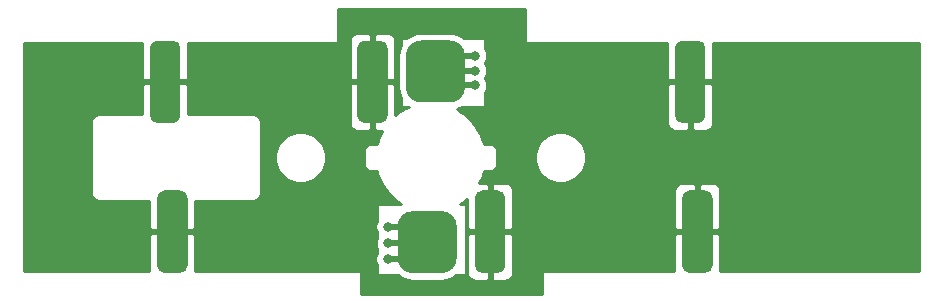
<source format=gtl>
%TF.GenerationSoftware,KiCad,Pcbnew,(5.1.9-0-10_14)*%
%TF.CreationDate,2022-02-18T16:18:21-06:00*%
%TF.ProjectId,OwlSat_Official_USB_actual,4f776c53-6174-45f4-9f66-66696369616c,4*%
%TF.SameCoordinates,Original*%
%TF.FileFunction,Copper,L1,Top*%
%TF.FilePolarity,Positive*%
%FSLAX46Y46*%
G04 Gerber Fmt 4.6, Leading zero omitted, Abs format (unit mm)*
G04 Created by KiCad (PCBNEW (5.1.9-0-10_14)) date 2022-02-18 16:18:21*
%MOMM*%
%LPD*%
G01*
G04 APERTURE LIST*
%TA.AperFunction,ViaPad*%
%ADD10C,0.800000*%
%TD*%
%TA.AperFunction,Conductor*%
%ADD11C,0.500000*%
%TD*%
%TA.AperFunction,Conductor*%
%ADD12C,0.254000*%
%TD*%
%TA.AperFunction,Conductor*%
%ADD13C,0.100000*%
%TD*%
G04 APERTURE END LIST*
%TO.P,U1,4*%
%TO.N,Net-(U1-Pad1)*%
%TA.AperFunction,SMDPad,CuDef*%
G36*
G01*
X127450000Y-85660000D02*
X127450000Y-91360000D01*
G75*
G02*
X126800000Y-92010000I-650000J0D01*
G01*
X125500000Y-92010000D01*
G75*
G02*
X124850000Y-91360000I0J650000D01*
G01*
X124850000Y-85660000D01*
G75*
G02*
X125500000Y-85010000I650000J0D01*
G01*
X126800000Y-85010000D01*
G75*
G02*
X127450000Y-85660000I0J-650000D01*
G01*
G37*
%TD.AperFunction*%
%TO.P,U1,3*%
%TA.AperFunction,SMDPad,CuDef*%
G36*
G01*
X145000000Y-85660000D02*
X145000000Y-91360000D01*
G75*
G02*
X144350000Y-92010000I-650000J0D01*
G01*
X143050000Y-92010000D01*
G75*
G02*
X142400000Y-91360000I0J650000D01*
G01*
X142400000Y-85660000D01*
G75*
G02*
X143050000Y-85010000I650000J0D01*
G01*
X144350000Y-85010000D01*
G75*
G02*
X145000000Y-85660000I0J-650000D01*
G01*
G37*
%TD.AperFunction*%
%TO.P,U1,2*%
%TO.N,Net-(U1-Pad2)*%
%TA.AperFunction,SMDPad,CuDef*%
G36*
G01*
X151530000Y-86255000D02*
X151530000Y-89005000D01*
G75*
G02*
X150280000Y-90255000I-1250000J0D01*
G01*
X147780000Y-90255000D01*
G75*
G02*
X146530000Y-89005000I0J1250000D01*
G01*
X146530000Y-86255000D01*
G75*
G02*
X147780000Y-85005000I1250000J0D01*
G01*
X150280000Y-85005000D01*
G75*
G02*
X151530000Y-86255000I0J-1250000D01*
G01*
G37*
%TD.AperFunction*%
%TO.P,U1,1*%
%TO.N,Net-(U1-Pad1)*%
%TA.AperFunction,SMDPad,CuDef*%
G36*
G01*
X171900000Y-85660000D02*
X171900000Y-91360000D01*
G75*
G02*
X171250000Y-92010000I-650000J0D01*
G01*
X169950000Y-92010000D01*
G75*
G02*
X169300000Y-91360000I0J650000D01*
G01*
X169300000Y-85660000D01*
G75*
G02*
X169950000Y-85010000I650000J0D01*
G01*
X171250000Y-85010000D01*
G75*
G02*
X171900000Y-85660000I0J-650000D01*
G01*
G37*
%TD.AperFunction*%
%TD*%
%TO.P,U2,1*%
%TO.N,Net-(U1-Pad1)*%
%TA.AperFunction,SMDPad,CuDef*%
G36*
G01*
X125460000Y-104050000D02*
X125460000Y-98350000D01*
G75*
G02*
X126110000Y-97700000I650000J0D01*
G01*
X127410000Y-97700000D01*
G75*
G02*
X128060000Y-98350000I0J-650000D01*
G01*
X128060000Y-104050000D01*
G75*
G02*
X127410000Y-104700000I-650000J0D01*
G01*
X126110000Y-104700000D01*
G75*
G02*
X125460000Y-104050000I0J650000D01*
G01*
G37*
%TD.AperFunction*%
%TO.P,U2,2*%
%TO.N,Net-(U1-Pad2)*%
%TA.AperFunction,SMDPad,CuDef*%
G36*
G01*
X145830000Y-103455000D02*
X145830000Y-100705000D01*
G75*
G02*
X147080000Y-99455000I1250000J0D01*
G01*
X149580000Y-99455000D01*
G75*
G02*
X150830000Y-100705000I0J-1250000D01*
G01*
X150830000Y-103455000D01*
G75*
G02*
X149580000Y-104705000I-1250000J0D01*
G01*
X147080000Y-104705000D01*
G75*
G02*
X145830000Y-103455000I0J1250000D01*
G01*
G37*
%TD.AperFunction*%
%TO.P,U2,3*%
%TO.N,Net-(U1-Pad1)*%
%TA.AperFunction,SMDPad,CuDef*%
G36*
G01*
X152360000Y-104050000D02*
X152360000Y-98350000D01*
G75*
G02*
X153010000Y-97700000I650000J0D01*
G01*
X154310000Y-97700000D01*
G75*
G02*
X154960000Y-98350000I0J-650000D01*
G01*
X154960000Y-104050000D01*
G75*
G02*
X154310000Y-104700000I-650000J0D01*
G01*
X153010000Y-104700000D01*
G75*
G02*
X152360000Y-104050000I0J650000D01*
G01*
G37*
%TD.AperFunction*%
%TO.P,U2,4*%
%TA.AperFunction,SMDPad,CuDef*%
G36*
G01*
X169910000Y-104050000D02*
X169910000Y-98350000D01*
G75*
G02*
X170560000Y-97700000I650000J0D01*
G01*
X171860000Y-97700000D01*
G75*
G02*
X172510000Y-98350000I0J-650000D01*
G01*
X172510000Y-104050000D01*
G75*
G02*
X171860000Y-104700000I-650000J0D01*
G01*
X170560000Y-104700000D01*
G75*
G02*
X169910000Y-104050000I0J650000D01*
G01*
G37*
%TD.AperFunction*%
%TD*%
D10*
%TO.N,Net-(U1-Pad1)*%
X184010000Y-92980000D03*
X184020000Y-94230000D03*
%TO.N,Net-(U1-Pad2)*%
X152390000Y-88800000D03*
X152400000Y-87560000D03*
X152400000Y-86290000D03*
X144990000Y-100780000D03*
X145010000Y-102160000D03*
X144980000Y-103510000D03*
%TD*%
D11*
%TO.N,Net-(U1-Pad2)*%
X147030000Y-100780000D02*
X148330000Y-102080000D01*
X144990000Y-100780000D02*
X147030000Y-100780000D01*
X148250000Y-102160000D02*
X148330000Y-102080000D01*
X145010000Y-102160000D02*
X148250000Y-102160000D01*
X146900000Y-103510000D02*
X148330000Y-102080000D01*
X144980000Y-103510000D02*
X146900000Y-103510000D01*
X150370000Y-86290000D02*
X149030000Y-87630000D01*
X152400000Y-86290000D02*
X150370000Y-86290000D01*
X149100000Y-87560000D02*
X149030000Y-87630000D01*
X152400000Y-87560000D02*
X149100000Y-87560000D01*
X150200000Y-88800000D02*
X149030000Y-87630000D01*
X152390000Y-88800000D02*
X150200000Y-88800000D01*
%TD*%
D12*
%TO.N,Net-(U1-Pad1)*%
X146083000Y-85443879D02*
X146035649Y-85532466D01*
X145928207Y-85886655D01*
X145891928Y-86255000D01*
X145891928Y-89005000D01*
X145928207Y-89373345D01*
X146035649Y-89727534D01*
X146083000Y-89816121D01*
X146083000Y-90490000D01*
X146085440Y-90514776D01*
X146092667Y-90538601D01*
X146104403Y-90560557D01*
X146120197Y-90579803D01*
X146139443Y-90595597D01*
X146161399Y-90607333D01*
X146185224Y-90614560D01*
X146210000Y-90617000D01*
X146780697Y-90617000D01*
X146558076Y-90703054D01*
X146504675Y-90729951D01*
X146450857Y-90756123D01*
X146443036Y-90760998D01*
X145778079Y-91181918D01*
X145730892Y-91218697D01*
X145683209Y-91254804D01*
X145676484Y-91261105D01*
X145637392Y-91298246D01*
X145635000Y-88795750D01*
X145476250Y-88637000D01*
X143827000Y-88637000D01*
X143827000Y-92486250D01*
X143985750Y-92645000D01*
X144507402Y-92646580D01*
X144507349Y-92646670D01*
X144503533Y-92655058D01*
X144182610Y-93373634D01*
X144163665Y-93430368D01*
X144143925Y-93486842D01*
X144141810Y-93495812D01*
X144083752Y-93750000D01*
X143642428Y-93750001D01*
X143610000Y-93746807D01*
X143480617Y-93759550D01*
X143356207Y-93797290D01*
X143241550Y-93858575D01*
X143141052Y-93941052D01*
X143058575Y-94041551D01*
X142997290Y-94156208D01*
X142959550Y-94280618D01*
X142950000Y-94377582D01*
X142950000Y-94377588D01*
X142946808Y-94410000D01*
X142950000Y-94442410D01*
X142950001Y-95377571D01*
X142946807Y-95410000D01*
X142959550Y-95539383D01*
X142997290Y-95663793D01*
X143058575Y-95778450D01*
X143141052Y-95878948D01*
X143241550Y-95961425D01*
X143356207Y-96022710D01*
X143480617Y-96060450D01*
X143577581Y-96070000D01*
X143610000Y-96073193D01*
X143642419Y-96070000D01*
X144071717Y-96070000D01*
X144089968Y-96158910D01*
X144105750Y-96209891D01*
X144119810Y-96261377D01*
X144123154Y-96269964D01*
X144413729Y-97001075D01*
X144441126Y-97054213D01*
X144467809Y-97107789D01*
X144472757Y-97115563D01*
X144899804Y-97776310D01*
X144937019Y-97823138D01*
X144973583Y-97870489D01*
X144979947Y-97877154D01*
X145527201Y-98442370D01*
X145572822Y-98481093D01*
X145617866Y-98520423D01*
X145625403Y-98525725D01*
X146126464Y-98873000D01*
X144190000Y-98873000D01*
X144165224Y-98875440D01*
X144141399Y-98882667D01*
X144119443Y-98894403D01*
X144100197Y-98910197D01*
X144084403Y-98929443D01*
X144072667Y-98951399D01*
X144065440Y-98975224D01*
X144063000Y-99000000D01*
X144063000Y-100313391D01*
X143994774Y-100478102D01*
X143955000Y-100678061D01*
X143955000Y-100881939D01*
X143994774Y-101081898D01*
X144063000Y-101246609D01*
X144063000Y-101741675D01*
X144014774Y-101858102D01*
X143975000Y-102058061D01*
X143975000Y-102261939D01*
X144014774Y-102461898D01*
X144063000Y-102578325D01*
X144063000Y-103019437D01*
X144062795Y-103019744D01*
X143984774Y-103208102D01*
X143945000Y-103408061D01*
X143945000Y-103611939D01*
X143984774Y-103811898D01*
X144062795Y-104000256D01*
X144063000Y-104000563D01*
X144063000Y-104513000D01*
X128697893Y-104513000D01*
X128695000Y-101485750D01*
X128536250Y-101327000D01*
X126887000Y-101327000D01*
X126887000Y-101347000D01*
X126633000Y-101347000D01*
X126633000Y-101327000D01*
X124983750Y-101327000D01*
X124825000Y-101485750D01*
X124822107Y-104513000D01*
X114197000Y-104513000D01*
X114197000Y-91910000D01*
X119846807Y-91910000D01*
X119850000Y-91942419D01*
X119850001Y-97877571D01*
X119846807Y-97910000D01*
X119859550Y-98039383D01*
X119897290Y-98163793D01*
X119958575Y-98278450D01*
X120041052Y-98378948D01*
X120141550Y-98461425D01*
X120256207Y-98522710D01*
X120380617Y-98560450D01*
X120477581Y-98570000D01*
X120510000Y-98573193D01*
X120542419Y-98570000D01*
X124822759Y-98570000D01*
X124825000Y-100914250D01*
X124983750Y-101073000D01*
X126633000Y-101073000D01*
X126633000Y-98570000D01*
X126887000Y-98570000D01*
X126887000Y-101073000D01*
X128536250Y-101073000D01*
X128695000Y-100914250D01*
X128697241Y-98570000D01*
X133577581Y-98570000D01*
X133610000Y-98573193D01*
X133642419Y-98570000D01*
X133739383Y-98560450D01*
X133863793Y-98522710D01*
X133978450Y-98461425D01*
X134078948Y-98378948D01*
X134161425Y-98278450D01*
X134222710Y-98163793D01*
X134260450Y-98039383D01*
X134273193Y-97910000D01*
X134270000Y-97877581D01*
X134270000Y-94696323D01*
X135440497Y-94696323D01*
X135440497Y-95123677D01*
X135523870Y-95542821D01*
X135687412Y-95937645D01*
X135924837Y-96292977D01*
X136227023Y-96595163D01*
X136582355Y-96832588D01*
X136977179Y-96996130D01*
X137396323Y-97079503D01*
X137823677Y-97079503D01*
X138242821Y-96996130D01*
X138637645Y-96832588D01*
X138992977Y-96595163D01*
X139295163Y-96292977D01*
X139532588Y-95937645D01*
X139696130Y-95542821D01*
X139779503Y-95123677D01*
X139779503Y-94696323D01*
X139696130Y-94277179D01*
X139532588Y-93882355D01*
X139295163Y-93527023D01*
X138992977Y-93224837D01*
X138637645Y-92987412D01*
X138242821Y-92823870D01*
X137823677Y-92740497D01*
X137396323Y-92740497D01*
X136977179Y-92823870D01*
X136582355Y-92987412D01*
X136227023Y-93224837D01*
X135924837Y-93527023D01*
X135687412Y-93882355D01*
X135523870Y-94277179D01*
X135440497Y-94696323D01*
X134270000Y-94696323D01*
X134270000Y-92010000D01*
X141761928Y-92010000D01*
X141774188Y-92134482D01*
X141810498Y-92254180D01*
X141869463Y-92364494D01*
X141948815Y-92461185D01*
X142045506Y-92540537D01*
X142155820Y-92599502D01*
X142275518Y-92635812D01*
X142400000Y-92648072D01*
X143414250Y-92645000D01*
X143573000Y-92486250D01*
X143573000Y-88637000D01*
X141923750Y-88637000D01*
X141765000Y-88795750D01*
X141761928Y-92010000D01*
X134270000Y-92010000D01*
X134270000Y-91942419D01*
X134273193Y-91910000D01*
X134260450Y-91780617D01*
X134222710Y-91656207D01*
X134161425Y-91541550D01*
X134078948Y-91441052D01*
X133978450Y-91358575D01*
X133863793Y-91297290D01*
X133739383Y-91259550D01*
X133696749Y-91255351D01*
X133610000Y-91246807D01*
X133577581Y-91250000D01*
X128087346Y-91250000D01*
X128085000Y-88795750D01*
X127926250Y-88637000D01*
X126277000Y-88637000D01*
X126277000Y-91250000D01*
X126023000Y-91250000D01*
X126023000Y-88637000D01*
X124373750Y-88637000D01*
X124215000Y-88795750D01*
X124212654Y-91250000D01*
X120542419Y-91250000D01*
X120510000Y-91246807D01*
X120423251Y-91255351D01*
X120380617Y-91259550D01*
X120256207Y-91297290D01*
X120141550Y-91358575D01*
X120041052Y-91441052D01*
X119958575Y-91541550D01*
X119897290Y-91656207D01*
X119859550Y-91780617D01*
X119846807Y-91910000D01*
X114197000Y-91910000D01*
X114197000Y-85196983D01*
X124212105Y-85195674D01*
X124215000Y-88224250D01*
X124373750Y-88383000D01*
X126023000Y-88383000D01*
X126023000Y-88363000D01*
X126277000Y-88363000D01*
X126277000Y-88383000D01*
X127926250Y-88383000D01*
X128085000Y-88224250D01*
X128087895Y-85195168D01*
X141762103Y-85193380D01*
X141765000Y-88224250D01*
X141923750Y-88383000D01*
X143573000Y-88383000D01*
X143573000Y-88363000D01*
X143827000Y-88363000D01*
X143827000Y-88383000D01*
X145476250Y-88383000D01*
X145635000Y-88224250D01*
X145637897Y-85192874D01*
X146083000Y-85192816D01*
X146083000Y-85443879D01*
%TA.AperFunction,Conductor*%
D13*
G36*
X146083000Y-85443879D02*
G01*
X146035649Y-85532466D01*
X145928207Y-85886655D01*
X145891928Y-86255000D01*
X145891928Y-89005000D01*
X145928207Y-89373345D01*
X146035649Y-89727534D01*
X146083000Y-89816121D01*
X146083000Y-90490000D01*
X146085440Y-90514776D01*
X146092667Y-90538601D01*
X146104403Y-90560557D01*
X146120197Y-90579803D01*
X146139443Y-90595597D01*
X146161399Y-90607333D01*
X146185224Y-90614560D01*
X146210000Y-90617000D01*
X146780697Y-90617000D01*
X146558076Y-90703054D01*
X146504675Y-90729951D01*
X146450857Y-90756123D01*
X146443036Y-90760998D01*
X145778079Y-91181918D01*
X145730892Y-91218697D01*
X145683209Y-91254804D01*
X145676484Y-91261105D01*
X145637392Y-91298246D01*
X145635000Y-88795750D01*
X145476250Y-88637000D01*
X143827000Y-88637000D01*
X143827000Y-92486250D01*
X143985750Y-92645000D01*
X144507402Y-92646580D01*
X144507349Y-92646670D01*
X144503533Y-92655058D01*
X144182610Y-93373634D01*
X144163665Y-93430368D01*
X144143925Y-93486842D01*
X144141810Y-93495812D01*
X144083752Y-93750000D01*
X143642428Y-93750001D01*
X143610000Y-93746807D01*
X143480617Y-93759550D01*
X143356207Y-93797290D01*
X143241550Y-93858575D01*
X143141052Y-93941052D01*
X143058575Y-94041551D01*
X142997290Y-94156208D01*
X142959550Y-94280618D01*
X142950000Y-94377582D01*
X142950000Y-94377588D01*
X142946808Y-94410000D01*
X142950000Y-94442410D01*
X142950001Y-95377571D01*
X142946807Y-95410000D01*
X142959550Y-95539383D01*
X142997290Y-95663793D01*
X143058575Y-95778450D01*
X143141052Y-95878948D01*
X143241550Y-95961425D01*
X143356207Y-96022710D01*
X143480617Y-96060450D01*
X143577581Y-96070000D01*
X143610000Y-96073193D01*
X143642419Y-96070000D01*
X144071717Y-96070000D01*
X144089968Y-96158910D01*
X144105750Y-96209891D01*
X144119810Y-96261377D01*
X144123154Y-96269964D01*
X144413729Y-97001075D01*
X144441126Y-97054213D01*
X144467809Y-97107789D01*
X144472757Y-97115563D01*
X144899804Y-97776310D01*
X144937019Y-97823138D01*
X144973583Y-97870489D01*
X144979947Y-97877154D01*
X145527201Y-98442370D01*
X145572822Y-98481093D01*
X145617866Y-98520423D01*
X145625403Y-98525725D01*
X146126464Y-98873000D01*
X144190000Y-98873000D01*
X144165224Y-98875440D01*
X144141399Y-98882667D01*
X144119443Y-98894403D01*
X144100197Y-98910197D01*
X144084403Y-98929443D01*
X144072667Y-98951399D01*
X144065440Y-98975224D01*
X144063000Y-99000000D01*
X144063000Y-100313391D01*
X143994774Y-100478102D01*
X143955000Y-100678061D01*
X143955000Y-100881939D01*
X143994774Y-101081898D01*
X144063000Y-101246609D01*
X144063000Y-101741675D01*
X144014774Y-101858102D01*
X143975000Y-102058061D01*
X143975000Y-102261939D01*
X144014774Y-102461898D01*
X144063000Y-102578325D01*
X144063000Y-103019437D01*
X144062795Y-103019744D01*
X143984774Y-103208102D01*
X143945000Y-103408061D01*
X143945000Y-103611939D01*
X143984774Y-103811898D01*
X144062795Y-104000256D01*
X144063000Y-104000563D01*
X144063000Y-104513000D01*
X128697893Y-104513000D01*
X128695000Y-101485750D01*
X128536250Y-101327000D01*
X126887000Y-101327000D01*
X126887000Y-101347000D01*
X126633000Y-101347000D01*
X126633000Y-101327000D01*
X124983750Y-101327000D01*
X124825000Y-101485750D01*
X124822107Y-104513000D01*
X114197000Y-104513000D01*
X114197000Y-91910000D01*
X119846807Y-91910000D01*
X119850000Y-91942419D01*
X119850001Y-97877571D01*
X119846807Y-97910000D01*
X119859550Y-98039383D01*
X119897290Y-98163793D01*
X119958575Y-98278450D01*
X120041052Y-98378948D01*
X120141550Y-98461425D01*
X120256207Y-98522710D01*
X120380617Y-98560450D01*
X120477581Y-98570000D01*
X120510000Y-98573193D01*
X120542419Y-98570000D01*
X124822759Y-98570000D01*
X124825000Y-100914250D01*
X124983750Y-101073000D01*
X126633000Y-101073000D01*
X126633000Y-98570000D01*
X126887000Y-98570000D01*
X126887000Y-101073000D01*
X128536250Y-101073000D01*
X128695000Y-100914250D01*
X128697241Y-98570000D01*
X133577581Y-98570000D01*
X133610000Y-98573193D01*
X133642419Y-98570000D01*
X133739383Y-98560450D01*
X133863793Y-98522710D01*
X133978450Y-98461425D01*
X134078948Y-98378948D01*
X134161425Y-98278450D01*
X134222710Y-98163793D01*
X134260450Y-98039383D01*
X134273193Y-97910000D01*
X134270000Y-97877581D01*
X134270000Y-94696323D01*
X135440497Y-94696323D01*
X135440497Y-95123677D01*
X135523870Y-95542821D01*
X135687412Y-95937645D01*
X135924837Y-96292977D01*
X136227023Y-96595163D01*
X136582355Y-96832588D01*
X136977179Y-96996130D01*
X137396323Y-97079503D01*
X137823677Y-97079503D01*
X138242821Y-96996130D01*
X138637645Y-96832588D01*
X138992977Y-96595163D01*
X139295163Y-96292977D01*
X139532588Y-95937645D01*
X139696130Y-95542821D01*
X139779503Y-95123677D01*
X139779503Y-94696323D01*
X139696130Y-94277179D01*
X139532588Y-93882355D01*
X139295163Y-93527023D01*
X138992977Y-93224837D01*
X138637645Y-92987412D01*
X138242821Y-92823870D01*
X137823677Y-92740497D01*
X137396323Y-92740497D01*
X136977179Y-92823870D01*
X136582355Y-92987412D01*
X136227023Y-93224837D01*
X135924837Y-93527023D01*
X135687412Y-93882355D01*
X135523870Y-94277179D01*
X135440497Y-94696323D01*
X134270000Y-94696323D01*
X134270000Y-92010000D01*
X141761928Y-92010000D01*
X141774188Y-92134482D01*
X141810498Y-92254180D01*
X141869463Y-92364494D01*
X141948815Y-92461185D01*
X142045506Y-92540537D01*
X142155820Y-92599502D01*
X142275518Y-92635812D01*
X142400000Y-92648072D01*
X143414250Y-92645000D01*
X143573000Y-92486250D01*
X143573000Y-88637000D01*
X141923750Y-88637000D01*
X141765000Y-88795750D01*
X141761928Y-92010000D01*
X134270000Y-92010000D01*
X134270000Y-91942419D01*
X134273193Y-91910000D01*
X134260450Y-91780617D01*
X134222710Y-91656207D01*
X134161425Y-91541550D01*
X134078948Y-91441052D01*
X133978450Y-91358575D01*
X133863793Y-91297290D01*
X133739383Y-91259550D01*
X133696749Y-91255351D01*
X133610000Y-91246807D01*
X133577581Y-91250000D01*
X128087346Y-91250000D01*
X128085000Y-88795750D01*
X127926250Y-88637000D01*
X126277000Y-88637000D01*
X126277000Y-91250000D01*
X126023000Y-91250000D01*
X126023000Y-88637000D01*
X124373750Y-88637000D01*
X124215000Y-88795750D01*
X124212654Y-91250000D01*
X120542419Y-91250000D01*
X120510000Y-91246807D01*
X120423251Y-91255351D01*
X120380617Y-91259550D01*
X120256207Y-91297290D01*
X120141550Y-91358575D01*
X120041052Y-91441052D01*
X119958575Y-91541550D01*
X119897290Y-91656207D01*
X119859550Y-91780617D01*
X119846807Y-91910000D01*
X114197000Y-91910000D01*
X114197000Y-85196983D01*
X124212105Y-85195674D01*
X124215000Y-88224250D01*
X124373750Y-88383000D01*
X126023000Y-88383000D01*
X126023000Y-88363000D01*
X126277000Y-88363000D01*
X126277000Y-88383000D01*
X127926250Y-88383000D01*
X128085000Y-88224250D01*
X128087895Y-85195168D01*
X141762103Y-85193380D01*
X141765000Y-88224250D01*
X141923750Y-88383000D01*
X143573000Y-88383000D01*
X143573000Y-88363000D01*
X143827000Y-88363000D01*
X143827000Y-88383000D01*
X145476250Y-88383000D01*
X145635000Y-88224250D01*
X145637897Y-85192874D01*
X146083000Y-85192816D01*
X146083000Y-85443879D01*
G37*
%TD.AperFunction*%
D12*
X189950001Y-104513000D02*
X173147893Y-104513000D01*
X173145000Y-101485750D01*
X172986250Y-101327000D01*
X171337000Y-101327000D01*
X171337000Y-101347000D01*
X171083000Y-101347000D01*
X171083000Y-101327000D01*
X169433750Y-101327000D01*
X169275000Y-101485750D01*
X169272107Y-104513000D01*
X155597893Y-104513000D01*
X155595000Y-101485750D01*
X155436250Y-101327000D01*
X153787000Y-101327000D01*
X153787000Y-101347000D01*
X153533000Y-101347000D01*
X153533000Y-101327000D01*
X151883750Y-101327000D01*
X151725000Y-101485750D01*
X151722107Y-104513000D01*
X151627000Y-104513000D01*
X151627000Y-99000000D01*
X151624560Y-98975224D01*
X151617333Y-98951399D01*
X151605597Y-98929443D01*
X151589803Y-98910197D01*
X151570557Y-98894403D01*
X151548601Y-98882667D01*
X151524776Y-98875440D01*
X151500000Y-98873000D01*
X151084429Y-98873000D01*
X151450338Y-98640115D01*
X151497414Y-98603236D01*
X151545028Y-98566997D01*
X151551738Y-98560680D01*
X151722595Y-98397549D01*
X151725000Y-100914250D01*
X151883750Y-101073000D01*
X153533000Y-101073000D01*
X153533000Y-97223750D01*
X153787000Y-97223750D01*
X153787000Y-101073000D01*
X155436250Y-101073000D01*
X155595000Y-100914250D01*
X155598072Y-97700000D01*
X169271928Y-97700000D01*
X169275000Y-100914250D01*
X169433750Y-101073000D01*
X171083000Y-101073000D01*
X171083000Y-97223750D01*
X171337000Y-97223750D01*
X171337000Y-101073000D01*
X172986250Y-101073000D01*
X173145000Y-100914250D01*
X173148072Y-97700000D01*
X173135812Y-97575518D01*
X173099502Y-97455820D01*
X173040537Y-97345506D01*
X172961185Y-97248815D01*
X172864494Y-97169463D01*
X172754180Y-97110498D01*
X172634482Y-97074188D01*
X172510000Y-97061928D01*
X171495750Y-97065000D01*
X171337000Y-97223750D01*
X171083000Y-97223750D01*
X170924250Y-97065000D01*
X169910000Y-97061928D01*
X169785518Y-97074188D01*
X169665820Y-97110498D01*
X169555506Y-97169463D01*
X169458815Y-97248815D01*
X169379463Y-97345506D01*
X169320498Y-97455820D01*
X169284188Y-97575518D01*
X169271928Y-97700000D01*
X155598072Y-97700000D01*
X155585812Y-97575518D01*
X155549502Y-97455820D01*
X155490537Y-97345506D01*
X155411185Y-97248815D01*
X155314494Y-97169463D01*
X155204180Y-97110498D01*
X155084482Y-97074188D01*
X154960000Y-97061928D01*
X153945750Y-97065000D01*
X153787000Y-97223750D01*
X153533000Y-97223750D01*
X153374250Y-97065000D01*
X152765773Y-97063157D01*
X153039993Y-96445073D01*
X153058797Y-96388296D01*
X153078399Y-96331771D01*
X153080491Y-96322796D01*
X153137577Y-96070000D01*
X153577581Y-96070000D01*
X153610000Y-96073193D01*
X153642419Y-96070000D01*
X153739383Y-96060450D01*
X153863793Y-96022710D01*
X153978450Y-95961425D01*
X154078948Y-95878948D01*
X154161425Y-95778450D01*
X154222710Y-95663793D01*
X154260450Y-95539383D01*
X154273193Y-95410000D01*
X154270000Y-95377581D01*
X154270000Y-94696323D01*
X157440497Y-94696323D01*
X157440497Y-95123677D01*
X157523870Y-95542821D01*
X157687412Y-95937645D01*
X157924837Y-96292977D01*
X158227023Y-96595163D01*
X158582355Y-96832588D01*
X158977179Y-96996130D01*
X159396323Y-97079503D01*
X159823677Y-97079503D01*
X160242821Y-96996130D01*
X160637645Y-96832588D01*
X160992977Y-96595163D01*
X161295163Y-96292977D01*
X161532588Y-95937645D01*
X161696130Y-95542821D01*
X161779503Y-95123677D01*
X161779503Y-94696323D01*
X161696130Y-94277179D01*
X161532588Y-93882355D01*
X161295163Y-93527023D01*
X160992977Y-93224837D01*
X160637645Y-92987412D01*
X160242821Y-92823870D01*
X159823677Y-92740497D01*
X159396323Y-92740497D01*
X158977179Y-92823870D01*
X158582355Y-92987412D01*
X158227023Y-93224837D01*
X157924837Y-93527023D01*
X157687412Y-93882355D01*
X157523870Y-94277179D01*
X157440497Y-94696323D01*
X154270000Y-94696323D01*
X154270000Y-94442419D01*
X154273193Y-94410000D01*
X154260450Y-94280617D01*
X154222710Y-94156207D01*
X154161425Y-94041550D01*
X154078948Y-93941052D01*
X153978450Y-93858575D01*
X153863793Y-93797290D01*
X153739383Y-93759550D01*
X153642419Y-93750000D01*
X153610000Y-93746807D01*
X153577581Y-93750000D01*
X153148282Y-93750000D01*
X153133971Y-93680282D01*
X153118431Y-93630081D01*
X153104706Y-93579334D01*
X153101383Y-93570738D01*
X152812519Y-92838686D01*
X152785230Y-92785438D01*
X152758701Y-92731839D01*
X152753772Y-92724053D01*
X152328219Y-92062051D01*
X152291129Y-92015144D01*
X152287178Y-92010000D01*
X168661928Y-92010000D01*
X168674188Y-92134482D01*
X168710498Y-92254180D01*
X168769463Y-92364494D01*
X168848815Y-92461185D01*
X168945506Y-92540537D01*
X169055820Y-92599502D01*
X169175518Y-92635812D01*
X169300000Y-92648072D01*
X170314250Y-92645000D01*
X170473000Y-92486250D01*
X170473000Y-88637000D01*
X170727000Y-88637000D01*
X170727000Y-92486250D01*
X170885750Y-92645000D01*
X171900000Y-92648072D01*
X172024482Y-92635812D01*
X172144180Y-92599502D01*
X172254494Y-92540537D01*
X172351185Y-92461185D01*
X172430537Y-92364494D01*
X172489502Y-92254180D01*
X172525812Y-92134482D01*
X172538072Y-92010000D01*
X172535000Y-88795750D01*
X172376250Y-88637000D01*
X170727000Y-88637000D01*
X170473000Y-88637000D01*
X168823750Y-88637000D01*
X168665000Y-88795750D01*
X168661928Y-92010000D01*
X152287178Y-92010000D01*
X152254674Y-91967693D01*
X152248327Y-91961012D01*
X151702296Y-91394274D01*
X151656769Y-91355438D01*
X151611822Y-91315997D01*
X151604298Y-91310677D01*
X150958586Y-90860791D01*
X150906413Y-90831553D01*
X150854632Y-90801578D01*
X150846217Y-90797820D01*
X150844800Y-90797199D01*
X151002534Y-90749351D01*
X151250145Y-90617000D01*
X153140000Y-90617000D01*
X153164776Y-90614560D01*
X153188601Y-90607333D01*
X153210557Y-90595597D01*
X153229803Y-90579803D01*
X153245597Y-90560557D01*
X153257333Y-90538601D01*
X153264560Y-90514776D01*
X153267000Y-90490000D01*
X153267000Y-89350427D01*
X153307205Y-89290256D01*
X153385226Y-89101898D01*
X153425000Y-88901939D01*
X153425000Y-88698061D01*
X153385226Y-88498102D01*
X153307205Y-88309744D01*
X153267000Y-88249573D01*
X153267000Y-88125393D01*
X153317205Y-88050256D01*
X153395226Y-87861898D01*
X153435000Y-87661939D01*
X153435000Y-87458061D01*
X153395226Y-87258102D01*
X153317205Y-87069744D01*
X153267000Y-86994607D01*
X153267000Y-86855393D01*
X153317205Y-86780256D01*
X153395226Y-86591898D01*
X153435000Y-86391939D01*
X153435000Y-86188061D01*
X153395226Y-85988102D01*
X153317205Y-85799744D01*
X153267000Y-85724607D01*
X153267000Y-85191877D01*
X168662100Y-85189865D01*
X168665000Y-88224250D01*
X168823750Y-88383000D01*
X170473000Y-88383000D01*
X170473000Y-88363000D01*
X170727000Y-88363000D01*
X170727000Y-88383000D01*
X172376250Y-88383000D01*
X172535000Y-88224250D01*
X172537901Y-85189358D01*
X189950000Y-85187083D01*
X189950001Y-104513000D01*
%TA.AperFunction,Conductor*%
D13*
G36*
X189950001Y-104513000D02*
G01*
X173147893Y-104513000D01*
X173145000Y-101485750D01*
X172986250Y-101327000D01*
X171337000Y-101327000D01*
X171337000Y-101347000D01*
X171083000Y-101347000D01*
X171083000Y-101327000D01*
X169433750Y-101327000D01*
X169275000Y-101485750D01*
X169272107Y-104513000D01*
X155597893Y-104513000D01*
X155595000Y-101485750D01*
X155436250Y-101327000D01*
X153787000Y-101327000D01*
X153787000Y-101347000D01*
X153533000Y-101347000D01*
X153533000Y-101327000D01*
X151883750Y-101327000D01*
X151725000Y-101485750D01*
X151722107Y-104513000D01*
X151627000Y-104513000D01*
X151627000Y-99000000D01*
X151624560Y-98975224D01*
X151617333Y-98951399D01*
X151605597Y-98929443D01*
X151589803Y-98910197D01*
X151570557Y-98894403D01*
X151548601Y-98882667D01*
X151524776Y-98875440D01*
X151500000Y-98873000D01*
X151084429Y-98873000D01*
X151450338Y-98640115D01*
X151497414Y-98603236D01*
X151545028Y-98566997D01*
X151551738Y-98560680D01*
X151722595Y-98397549D01*
X151725000Y-100914250D01*
X151883750Y-101073000D01*
X153533000Y-101073000D01*
X153533000Y-97223750D01*
X153787000Y-97223750D01*
X153787000Y-101073000D01*
X155436250Y-101073000D01*
X155595000Y-100914250D01*
X155598072Y-97700000D01*
X169271928Y-97700000D01*
X169275000Y-100914250D01*
X169433750Y-101073000D01*
X171083000Y-101073000D01*
X171083000Y-97223750D01*
X171337000Y-97223750D01*
X171337000Y-101073000D01*
X172986250Y-101073000D01*
X173145000Y-100914250D01*
X173148072Y-97700000D01*
X173135812Y-97575518D01*
X173099502Y-97455820D01*
X173040537Y-97345506D01*
X172961185Y-97248815D01*
X172864494Y-97169463D01*
X172754180Y-97110498D01*
X172634482Y-97074188D01*
X172510000Y-97061928D01*
X171495750Y-97065000D01*
X171337000Y-97223750D01*
X171083000Y-97223750D01*
X170924250Y-97065000D01*
X169910000Y-97061928D01*
X169785518Y-97074188D01*
X169665820Y-97110498D01*
X169555506Y-97169463D01*
X169458815Y-97248815D01*
X169379463Y-97345506D01*
X169320498Y-97455820D01*
X169284188Y-97575518D01*
X169271928Y-97700000D01*
X155598072Y-97700000D01*
X155585812Y-97575518D01*
X155549502Y-97455820D01*
X155490537Y-97345506D01*
X155411185Y-97248815D01*
X155314494Y-97169463D01*
X155204180Y-97110498D01*
X155084482Y-97074188D01*
X154960000Y-97061928D01*
X153945750Y-97065000D01*
X153787000Y-97223750D01*
X153533000Y-97223750D01*
X153374250Y-97065000D01*
X152765773Y-97063157D01*
X153039993Y-96445073D01*
X153058797Y-96388296D01*
X153078399Y-96331771D01*
X153080491Y-96322796D01*
X153137577Y-96070000D01*
X153577581Y-96070000D01*
X153610000Y-96073193D01*
X153642419Y-96070000D01*
X153739383Y-96060450D01*
X153863793Y-96022710D01*
X153978450Y-95961425D01*
X154078948Y-95878948D01*
X154161425Y-95778450D01*
X154222710Y-95663793D01*
X154260450Y-95539383D01*
X154273193Y-95410000D01*
X154270000Y-95377581D01*
X154270000Y-94696323D01*
X157440497Y-94696323D01*
X157440497Y-95123677D01*
X157523870Y-95542821D01*
X157687412Y-95937645D01*
X157924837Y-96292977D01*
X158227023Y-96595163D01*
X158582355Y-96832588D01*
X158977179Y-96996130D01*
X159396323Y-97079503D01*
X159823677Y-97079503D01*
X160242821Y-96996130D01*
X160637645Y-96832588D01*
X160992977Y-96595163D01*
X161295163Y-96292977D01*
X161532588Y-95937645D01*
X161696130Y-95542821D01*
X161779503Y-95123677D01*
X161779503Y-94696323D01*
X161696130Y-94277179D01*
X161532588Y-93882355D01*
X161295163Y-93527023D01*
X160992977Y-93224837D01*
X160637645Y-92987412D01*
X160242821Y-92823870D01*
X159823677Y-92740497D01*
X159396323Y-92740497D01*
X158977179Y-92823870D01*
X158582355Y-92987412D01*
X158227023Y-93224837D01*
X157924837Y-93527023D01*
X157687412Y-93882355D01*
X157523870Y-94277179D01*
X157440497Y-94696323D01*
X154270000Y-94696323D01*
X154270000Y-94442419D01*
X154273193Y-94410000D01*
X154260450Y-94280617D01*
X154222710Y-94156207D01*
X154161425Y-94041550D01*
X154078948Y-93941052D01*
X153978450Y-93858575D01*
X153863793Y-93797290D01*
X153739383Y-93759550D01*
X153642419Y-93750000D01*
X153610000Y-93746807D01*
X153577581Y-93750000D01*
X153148282Y-93750000D01*
X153133971Y-93680282D01*
X153118431Y-93630081D01*
X153104706Y-93579334D01*
X153101383Y-93570738D01*
X152812519Y-92838686D01*
X152785230Y-92785438D01*
X152758701Y-92731839D01*
X152753772Y-92724053D01*
X152328219Y-92062051D01*
X152291129Y-92015144D01*
X152287178Y-92010000D01*
X168661928Y-92010000D01*
X168674188Y-92134482D01*
X168710498Y-92254180D01*
X168769463Y-92364494D01*
X168848815Y-92461185D01*
X168945506Y-92540537D01*
X169055820Y-92599502D01*
X169175518Y-92635812D01*
X169300000Y-92648072D01*
X170314250Y-92645000D01*
X170473000Y-92486250D01*
X170473000Y-88637000D01*
X170727000Y-88637000D01*
X170727000Y-92486250D01*
X170885750Y-92645000D01*
X171900000Y-92648072D01*
X172024482Y-92635812D01*
X172144180Y-92599502D01*
X172254494Y-92540537D01*
X172351185Y-92461185D01*
X172430537Y-92364494D01*
X172489502Y-92254180D01*
X172525812Y-92134482D01*
X172538072Y-92010000D01*
X172535000Y-88795750D01*
X172376250Y-88637000D01*
X170727000Y-88637000D01*
X170473000Y-88637000D01*
X168823750Y-88637000D01*
X168665000Y-88795750D01*
X168661928Y-92010000D01*
X152287178Y-92010000D01*
X152254674Y-91967693D01*
X152248327Y-91961012D01*
X151702296Y-91394274D01*
X151656769Y-91355438D01*
X151611822Y-91315997D01*
X151604298Y-91310677D01*
X150958586Y-90860791D01*
X150906413Y-90831553D01*
X150854632Y-90801578D01*
X150846217Y-90797820D01*
X150844800Y-90797199D01*
X151002534Y-90749351D01*
X151250145Y-90617000D01*
X153140000Y-90617000D01*
X153164776Y-90614560D01*
X153188601Y-90607333D01*
X153210557Y-90595597D01*
X153229803Y-90579803D01*
X153245597Y-90560557D01*
X153257333Y-90538601D01*
X153264560Y-90514776D01*
X153267000Y-90490000D01*
X153267000Y-89350427D01*
X153307205Y-89290256D01*
X153385226Y-89101898D01*
X153425000Y-88901939D01*
X153425000Y-88698061D01*
X153385226Y-88498102D01*
X153307205Y-88309744D01*
X153267000Y-88249573D01*
X153267000Y-88125393D01*
X153317205Y-88050256D01*
X153395226Y-87861898D01*
X153435000Y-87661939D01*
X153435000Y-87458061D01*
X153395226Y-87258102D01*
X153317205Y-87069744D01*
X153267000Y-86994607D01*
X153267000Y-86855393D01*
X153317205Y-86780256D01*
X153395226Y-86591898D01*
X153435000Y-86391939D01*
X153435000Y-86188061D01*
X153395226Y-85988102D01*
X153317205Y-85799744D01*
X153267000Y-85724607D01*
X153267000Y-85191877D01*
X168662100Y-85189865D01*
X168665000Y-88224250D01*
X168823750Y-88383000D01*
X170473000Y-88383000D01*
X170473000Y-88363000D01*
X170727000Y-88363000D01*
X170727000Y-88383000D01*
X172376250Y-88383000D01*
X172535000Y-88224250D01*
X172537901Y-85189358D01*
X189950000Y-85187083D01*
X189950001Y-104513000D01*
G37*
%TD.AperFunction*%
%TD*%
D12*
%TO.N,Net-(U1-Pad1)*%
X156603000Y-85173079D02*
X153267000Y-85175150D01*
X153267000Y-84940000D01*
X153264560Y-84915224D01*
X153257333Y-84891399D01*
X153245597Y-84869443D01*
X153229803Y-84850197D01*
X153210557Y-84834403D01*
X153188601Y-84822667D01*
X153164776Y-84815440D01*
X153140000Y-84813000D01*
X151484773Y-84813000D01*
X151328957Y-84685126D01*
X151002534Y-84510649D01*
X150648345Y-84403207D01*
X150280000Y-84366928D01*
X147780000Y-84366928D01*
X147411655Y-84403207D01*
X147057466Y-84510649D01*
X146731043Y-84685126D01*
X146575227Y-84813000D01*
X146210000Y-84813000D01*
X146185224Y-84815440D01*
X146161399Y-84822667D01*
X146139443Y-84834403D01*
X146120197Y-84850197D01*
X146104403Y-84869443D01*
X146092667Y-84891399D01*
X146085440Y-84915224D01*
X146083000Y-84940000D01*
X146083000Y-85179609D01*
X145637910Y-85179885D01*
X145638072Y-85010000D01*
X145625812Y-84885518D01*
X145589502Y-84765820D01*
X145530537Y-84655506D01*
X145451185Y-84558815D01*
X145354494Y-84479463D01*
X145244180Y-84420498D01*
X145124482Y-84384188D01*
X145000000Y-84371928D01*
X143985750Y-84375000D01*
X143827000Y-84533750D01*
X143827000Y-85181009D01*
X143573000Y-85181167D01*
X143573000Y-84533750D01*
X143414250Y-84375000D01*
X142400000Y-84371928D01*
X142275518Y-84384188D01*
X142155820Y-84420498D01*
X142045506Y-84479463D01*
X141948815Y-84558815D01*
X141869463Y-84655506D01*
X141810498Y-84765820D01*
X141774188Y-84885518D01*
X141761928Y-85010000D01*
X141762093Y-85182291D01*
X140747409Y-85182921D01*
X140756592Y-82327000D01*
X156603000Y-82327000D01*
X156603000Y-85173079D01*
%TA.AperFunction,Conductor*%
D13*
G36*
X156603000Y-85173079D02*
G01*
X153267000Y-85175150D01*
X153267000Y-84940000D01*
X153264560Y-84915224D01*
X153257333Y-84891399D01*
X153245597Y-84869443D01*
X153229803Y-84850197D01*
X153210557Y-84834403D01*
X153188601Y-84822667D01*
X153164776Y-84815440D01*
X153140000Y-84813000D01*
X151484773Y-84813000D01*
X151328957Y-84685126D01*
X151002534Y-84510649D01*
X150648345Y-84403207D01*
X150280000Y-84366928D01*
X147780000Y-84366928D01*
X147411655Y-84403207D01*
X147057466Y-84510649D01*
X146731043Y-84685126D01*
X146575227Y-84813000D01*
X146210000Y-84813000D01*
X146185224Y-84815440D01*
X146161399Y-84822667D01*
X146139443Y-84834403D01*
X146120197Y-84850197D01*
X146104403Y-84869443D01*
X146092667Y-84891399D01*
X146085440Y-84915224D01*
X146083000Y-84940000D01*
X146083000Y-85179609D01*
X145637910Y-85179885D01*
X145638072Y-85010000D01*
X145625812Y-84885518D01*
X145589502Y-84765820D01*
X145530537Y-84655506D01*
X145451185Y-84558815D01*
X145354494Y-84479463D01*
X145244180Y-84420498D01*
X145124482Y-84384188D01*
X145000000Y-84371928D01*
X143985750Y-84375000D01*
X143827000Y-84533750D01*
X143827000Y-85181009D01*
X143573000Y-85181167D01*
X143573000Y-84533750D01*
X143414250Y-84375000D01*
X142400000Y-84371928D01*
X142275518Y-84384188D01*
X142155820Y-84420498D01*
X142045506Y-84479463D01*
X141948815Y-84558815D01*
X141869463Y-84655506D01*
X141810498Y-84765820D01*
X141774188Y-84885518D01*
X141761928Y-85010000D01*
X141762093Y-85182291D01*
X140747409Y-85182921D01*
X140756592Y-82327000D01*
X156603000Y-82327000D01*
X156603000Y-85173079D01*
G37*
%TD.AperFunction*%
%TD*%
D12*
%TO.N,Net-(U1-Pad1)*%
X144063000Y-104770000D02*
X144065440Y-104794776D01*
X144072667Y-104818601D01*
X144084403Y-104840557D01*
X144100197Y-104859803D01*
X144119443Y-104875597D01*
X144141399Y-104887333D01*
X144165224Y-104894560D01*
X144190000Y-104897000D01*
X145875227Y-104897000D01*
X146031043Y-105024874D01*
X146357466Y-105199351D01*
X146711655Y-105306793D01*
X147080000Y-105343072D01*
X149580000Y-105343072D01*
X149948345Y-105306793D01*
X150302534Y-105199351D01*
X150628957Y-105024874D01*
X150784773Y-104897000D01*
X151500000Y-104897000D01*
X151524776Y-104894560D01*
X151548601Y-104887333D01*
X151570557Y-104875597D01*
X151589803Y-104859803D01*
X151605597Y-104840557D01*
X151617333Y-104818601D01*
X151624560Y-104794776D01*
X151627000Y-104770000D01*
X151627000Y-104547000D01*
X151722074Y-104547000D01*
X151721928Y-104700000D01*
X151734188Y-104824482D01*
X151770498Y-104944180D01*
X151829463Y-105054494D01*
X151908815Y-105151185D01*
X152005506Y-105230537D01*
X152115820Y-105289502D01*
X152235518Y-105325812D01*
X152360000Y-105338072D01*
X153374250Y-105335000D01*
X153533000Y-105176250D01*
X153533000Y-104547000D01*
X153787000Y-104547000D01*
X153787000Y-105176250D01*
X153945750Y-105335000D01*
X154960000Y-105338072D01*
X155084482Y-105325812D01*
X155204180Y-105289502D01*
X155314494Y-105230537D01*
X155411185Y-105151185D01*
X155490537Y-105054494D01*
X155549502Y-104944180D01*
X155585812Y-104824482D01*
X155598072Y-104700000D01*
X155597926Y-104547000D01*
X158033000Y-104547000D01*
X158033000Y-106492755D01*
X142737000Y-106463245D01*
X142737000Y-104547000D01*
X144063000Y-104547000D01*
X144063000Y-104770000D01*
%TA.AperFunction,Conductor*%
D13*
G36*
X144063000Y-104770000D02*
G01*
X144065440Y-104794776D01*
X144072667Y-104818601D01*
X144084403Y-104840557D01*
X144100197Y-104859803D01*
X144119443Y-104875597D01*
X144141399Y-104887333D01*
X144165224Y-104894560D01*
X144190000Y-104897000D01*
X145875227Y-104897000D01*
X146031043Y-105024874D01*
X146357466Y-105199351D01*
X146711655Y-105306793D01*
X147080000Y-105343072D01*
X149580000Y-105343072D01*
X149948345Y-105306793D01*
X150302534Y-105199351D01*
X150628957Y-105024874D01*
X150784773Y-104897000D01*
X151500000Y-104897000D01*
X151524776Y-104894560D01*
X151548601Y-104887333D01*
X151570557Y-104875597D01*
X151589803Y-104859803D01*
X151605597Y-104840557D01*
X151617333Y-104818601D01*
X151624560Y-104794776D01*
X151627000Y-104770000D01*
X151627000Y-104547000D01*
X151722074Y-104547000D01*
X151721928Y-104700000D01*
X151734188Y-104824482D01*
X151770498Y-104944180D01*
X151829463Y-105054494D01*
X151908815Y-105151185D01*
X152005506Y-105230537D01*
X152115820Y-105289502D01*
X152235518Y-105325812D01*
X152360000Y-105338072D01*
X153374250Y-105335000D01*
X153533000Y-105176250D01*
X153533000Y-104547000D01*
X153787000Y-104547000D01*
X153787000Y-105176250D01*
X153945750Y-105335000D01*
X154960000Y-105338072D01*
X155084482Y-105325812D01*
X155204180Y-105289502D01*
X155314494Y-105230537D01*
X155411185Y-105151185D01*
X155490537Y-105054494D01*
X155549502Y-104944180D01*
X155585812Y-104824482D01*
X155598072Y-104700000D01*
X155597926Y-104547000D01*
X158033000Y-104547000D01*
X158033000Y-106492755D01*
X142737000Y-106463245D01*
X142737000Y-104547000D01*
X144063000Y-104547000D01*
X144063000Y-104770000D01*
G37*
%TD.AperFunction*%
%TD*%
M02*

</source>
